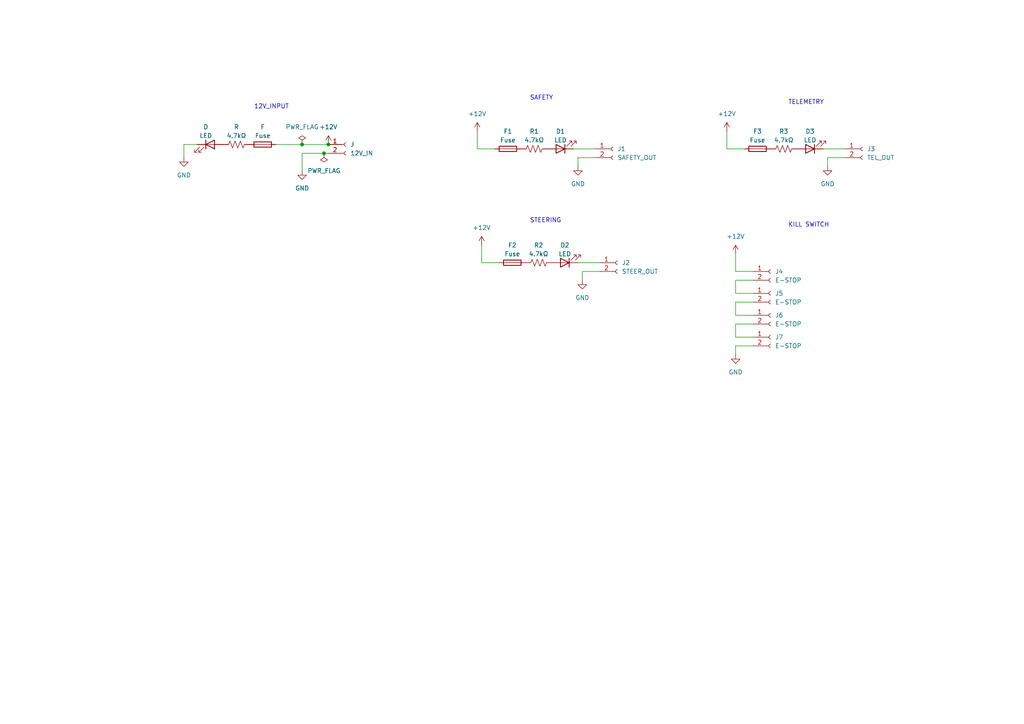
<source format=kicad_sch>
(kicad_sch (version 20230121) (generator eeschema)
  (paper "A4")
  (title_block (date "2023-11-04"))
  (lib_symbols
    (symbol "Connector:Conn_01x02_Socket" (pin_names (offset 1.016) hide)
      (property "Reference" "J" (at 0 2.54 0))
      (property "Value" "Conn_01x02_Socket" (at 0 -5.08 0))
      (symbol "Conn_01x02_Socket_1_1"
        (arc (start 0 -2.032) (mid -0.5058 -2.54) (end 0 -3.048) (stroke (width 0.1524)))
        (polyline (pts (xy -1.27 -2.54) (xy -0.508 -2.54)) (stroke (width 0.1524)))
        (polyline (pts (xy -1.27 0) (xy -0.508 0)) (stroke (width 0.1524)))
        (arc (start 0 0.508) (mid -0.5058 0) (end 0 -0.508) (stroke (width 0.1524)))
        (pin passive line (at -5.08 0 0) (length 3.81) (name "Pin_1") (number "1"))
        (pin passive line (at -5.08 -2.54 0) (length 3.81) (name "Pin_2") (number "2"))
      )
    )
    (symbol "Device:Fuse" (pin_numbers hide) (pin_names (offset 0))
      (property "Reference" "F" (at 2.032 0 90))
      (property "Value" "Fuse" (at -1.905 0 90))
      (symbol "Fuse_0_1"
        (rectangle (start -0.762 -2.54) (end 0.762 2.54) (stroke (width 0.254)))
        (polyline (pts (xy 0 2.54) (xy 0 -2.54)))
      )
      (symbol "Fuse_1_1"
        (pin passive line (at 0 3.81 270) (length 1.27) (name "~") (number "1"))
        (pin passive line (at 0 -3.81 90) (length 1.27) (name "~") (number "2"))
      )
    )
    (symbol "Device:LED" (pin_numbers hide) (pin_names (offset 1.016) hide)
      (property "Reference" "D" (at 0 2.54 0))
      (property "Value" "LED" (at 0 -2.54 0))
      (symbol "LED_0_1"
        (polyline (pts (xy -1.27 -1.27) (xy -1.27 1.27)) (stroke (width 0.254)))
        (polyline (pts (xy -1.27 0) (xy 1.27 0)))
        (polyline (pts (xy 1.27 -1.27) (xy 1.27 1.27) (xy -1.27 0) (xy 1.27 -1.27)) (stroke (width 0.254)))
        (polyline (pts (xy -3.048 -0.762) (xy -4.572 -2.286) (xy -3.81 -2.286) (xy -4.572 -2.286) (xy -4.572 -1.524)))
        (polyline (pts (xy -1.778 -0.762) (xy -3.302 -2.286) (xy -2.54 -2.286) (xy -3.302 -2.286) (xy -3.302 -1.524)))
      )
      (symbol "LED_1_1"
        (pin passive line (at -3.81 0 0) (length 2.54) (name "K") (number "1"))
        (pin passive line (at 3.81 0 180) (length 2.54) (name "A") (number "2"))
      )
    )
    (symbol "Device:R_US" (pin_numbers hide) (pin_names (offset 0))
      (property "Reference" "R" (at 2.54 0 90))
      (property "Value" "R_US" (at -2.54 0 90))
      (symbol "R_US_0_1"
        (polyline (pts (xy 0 -2.286) (xy 0 -2.54)))
        (polyline (pts (xy 0 2.286) (xy 0 2.54)))
        (polyline (pts (xy 0 -0.762) (xy 1.016 -1.143) (xy 0 -1.524) (xy -1.016 -1.905) (xy 0 -2.286)))
        (polyline (pts (xy 0 0.762) (xy 1.016 0.381) (xy 0 0) (xy -1.016 -0.381) (xy 0 -0.762)))
        (polyline (pts (xy 0 2.286) (xy 1.016 1.905) (xy 0 1.524) (xy -1.016 1.143) (xy 0 0.762)))
      )
      (symbol "R_US_1_1"
        (pin passive line (at 0 3.81 270) (length 1.27) (name "~") (number "1"))
        (pin passive line (at 0 -3.81 90) (length 1.27) (name "~") (number "2"))
      )
    )
    (symbol "power:+12V" (power) (pin_names (offset 0))
      (property "Value" "+12V" (at 0 3.556 0))
      (symbol "+12V_0_1"
        (polyline (pts (xy -0.762 1.27) (xy 0 2.54)))
        (polyline (pts (xy 0 0) (xy 0 2.54)))
        (polyline (pts (xy 0 2.54) (xy 0.762 1.27)))
      )
      (symbol "+12V_1_1"
        (pin power_in line (at 0 0 90) (length 0) hide (name "+12V") (number "1"))
      )
    )
    (symbol "power:GND" (power) (pin_names (offset 0))
      (property "Value" "GND" (at 0 -3.81 0))
      (symbol "GND_0_1"
        (polyline (pts (xy 0 0) (xy 0 -1.27) (xy 1.27 -1.27) (xy 0 -2.54) (xy -1.27 -1.27) (xy 0 -1.27)))
      )
      (symbol "GND_1_1"
        (pin power_in line (at 0 0 270) (length 0) hide (name "GND") (number "1"))
      )
    )
    (symbol "power:PWR_FLAG" (power) (pin_numbers hide) (pin_names (offset 0) hide)
      (property "Value" "PWR_FLAG" (at 0 3.81 0))
      (symbol "PWR_FLAG_0_0"
        (pin power_out line (at 0 0 90) (length 0) (name "pwr") (number "1"))
      )
      (symbol "PWR_FLAG_0_1"
        (polyline (pts (xy 0 0) (xy 0 1.27) (xy -1.016 1.905) (xy 0 2.54) (xy 1.016 1.905) (xy 0 1.27)))
      )
    )
  )
  (junction (at 87.63 41.91))
  (junction (at 95.25 41.91))
  (junction (at 93.98 44.45))
  (wire (pts (xy 57.15 41.91) (xy 53.34 41.91)))
  (wire (pts (xy 210.82 38.1) (xy 210.82 43.18)))
  (wire (pts (xy 173.99 78.74) (xy 168.91 78.74)))
  (wire (pts (xy 95.25 44.45) (xy 93.98 44.45)))
  (wire (pts (xy 215.9 43.18) (xy 210.82 43.18)))
  (wire (pts (xy 213.36 97.79) (xy 218.44 97.79)))
  (wire (pts (xy 238.76 43.18) (xy 245.11 43.18)))
  (wire (pts (xy 218.44 100.33) (xy 213.36 100.33)))
  (wire (pts (xy 213.36 100.33) (xy 213.36 102.87)))
  (wire (pts (xy 240.03 45.72) (xy 240.03 48.26)))
  (wire (pts (xy 167.64 76.2) (xy 173.99 76.2)))
  (wire (pts (xy 144.78 76.2) (xy 139.7 76.2)))
  (wire (pts (xy 87.63 41.91) (xy 95.25 41.91)))
  (wire (pts (xy 245.11 45.72) (xy 240.03 45.72)))
  (wire (pts (xy 167.64 45.72) (xy 167.64 48.26)))
  (wire (pts (xy 138.43 38.1) (xy 138.43 43.18)))
  (wire (pts (xy 168.91 78.74) (xy 168.91 81.28)))
  (wire (pts (xy 139.7 71.12) (xy 139.7 76.2)))
  (wire (pts (xy 80.01 41.91) (xy 87.63 41.91)))
  (wire (pts (xy 53.34 41.91) (xy 53.34 45.72)))
  (wire (pts (xy 213.36 85.09) (xy 218.44 85.09)))
  (wire (pts (xy 87.63 44.45) (xy 87.63 49.53)))
  (wire (pts (xy 213.36 81.28) (xy 213.36 85.09)))
  (wire (pts (xy 213.36 87.63) (xy 213.36 91.44)))
  (wire (pts (xy 213.36 73.66) (xy 213.36 78.74)))
  (wire (pts (xy 218.44 78.74) (xy 213.36 78.74)))
  (wire (pts (xy 143.51 43.18) (xy 138.43 43.18)))
  (wire (pts (xy 213.36 93.98) (xy 213.36 97.79)))
  (wire (pts (xy 213.36 91.44) (xy 218.44 91.44)))
  (wire (pts (xy 218.44 93.98) (xy 213.36 93.98)))
  (wire (pts (xy 93.98 44.45) (xy 87.63 44.45)))
  (wire (pts (xy 166.37 43.18) (xy 172.72 43.18)))
  (wire (pts (xy 172.72 45.72) (xy 167.64 45.72)))
  (wire (pts (xy 218.44 81.28) (xy 213.36 81.28)))
  (wire (pts (xy 218.44 87.63) (xy 213.36 87.63)))
  (text "STEERING" (at 153.67 64.77 0) (effects (font (size 1.27 1.27)) (justify left bottom)))
  (text "SAFETY" (at 153.67 29.21 0) (effects (font (size 1.27 1.27)) (justify left bottom)))
  (text "KILL SWITCH" (at 228.6 66.04 0) (effects (font (size 1.27 1.27)) (justify left bottom)))
  (text "TELEMETRY" (at 228.6 30.48 0) (effects (font (size 1.27 1.27)) (justify left bottom)))
  (text "12V_INPUT" (at 73.66 31.75 0) (effects (font (size 1.27 1.27)) (justify left bottom)))
  (symbol (lib_id "Connector:Conn_01x02_Socket") (at 177.8 43.18 0) (unit 1)
    (property "Reference" "J1" (at 179.07 43.18 0) (effects (justify left)))
    (property "Value" "SAFETY_OUT" (at 179.07 45.72 0) (effects (justify left)))
    (property "Footprint" "Connector_Molex:Molex_Mega-Fit_76825-0004_2x02_P5.70mm_Horizontal" (effects hide))
    (property "Datasheet" "https://www.molex.com/en-us/products/part-detail/2002411212?display=pdf" (effects hide))
  )
  (symbol (lib_id "Device:Fuse") (at 147.32 43.18 90) (unit 1)
    (property "Reference" "F1" (at 147.32 38.1 90))
    (property "Value" "Fuse" (at 147.32 40.64 90))
  )
  (symbol (lib_id "power:+12V") (at 213.36 73.66 0) (unit 1)
    (property "Reference" "#PWR010" (effects hide))
    (property "Value" "+12V" (at 213.36 68.58 0))
  )
  (symbol (lib_id "Device:R_US") (at 227.33 43.18 90) (unit 1)
    (property "Reference" "R3" (at 227.33 38.1 90))
    (property "Value" "4.7kΩ" (at 227.33 40.64 90))
    (property "Footprint" "Resistor_SMD:R_0805_2012Metric" (effects hide))
    (property "Datasheet" "https://www.yageo.com/upload/media/product/app/datasheet/rchip/pyu-rc_group_51_rohs_l.pdf" (effects hide))
  )
  (symbol (lib_id "Device:LED") (at 234.95 43.18 180) (unit 1)
    (property "Reference" "D3" (at 234.95 38.1 0))
    (property "Value" "LED" (at 234.95 40.64 0))
    (property "Footprint" "LED_SMD:LED_0805_2012Metric" (effects hide))
    (property "Datasheet" "https://www.sunledusa.com/products/spec/XZCDGK54W-1VF.pdf" (effects hide))
  )
  (symbol (lib_id "power:GND") (at 168.91 81.28 0) (unit 1)
    (property "Reference" "#PWR07" (effects hide))
    (property "Value" "GND" (at 168.91 86.36 0))
  )
  (symbol (lib_id "Connector:Conn_01x02_Socket") (at 100.33 41.91 0) (unit 1)
    (property "Reference" "J" (at 101.6 41.91 0) (effects (justify left)))
    (property "Value" "12V_IN" (at 101.6 44.45 0) (effects (justify left)))
    (property "Footprint" "Connector_Molex:Molex_Mega-Fit_76825-0004_2x02_P5.70mm_Horizontal" (effects hide))
    (property "Datasheet" "https://www.molex.com/en-us/products/part-detail/2002411212?display=pdf" (effects hide))
  )
  (symbol (lib_id "Device:LED") (at 163.83 76.2 180) (unit 1)
    (property "Reference" "D2" (at 163.83 71.12 0))
    (property "Value" "LED" (at 163.83 73.66 0))
    (property "Footprint" "LED_SMD:LED_0805_2012Metric" (effects hide))
    (property "Datasheet" "https://www.sunledusa.com/products/spec/XZCDGK54W-1VF.pdf" (effects hide))
  )
  (symbol (lib_id "power:+12V") (at 95.25 41.91 0) (unit 1)
    (property "Reference" "#PWR02" (effects hide))
    (property "Value" "+12V" (at 95.25 36.83 0))
  )
  (symbol (lib_id "power:PWR_FLAG") (at 87.63 41.91 0) (unit 1)
    (property "Reference" "#FLG01" (effects hide))
    (property "Value" "PWR_FLAG" (at 87.63 36.83 0))
  )
  (symbol (lib_id "power:GND") (at 167.64 48.26 0) (unit 1)
    (property "Reference" "#PWR05" (effects hide))
    (property "Value" "GND" (at 167.64 53.34 0))
  )
  (symbol (lib_id "Connector:Conn_01x02_Socket") (at 223.52 85.09 0) (unit 1)
    (property "Reference" "J5" (at 224.79 85.09 0) (effects (justify left)))
    (property "Value" "E-STOP" (at 224.79 87.63 0) (effects (justify left)))
    (property "Footprint" "Connector_Molex:Molex_Micro-Fit_3.0_43650-0200_1x02_P3.00mm_Horizontal" (effects hide))
    (property "Datasheet" "https://tools.molex.com/pdm_docs/sd/436500200_sd.pdf" (effects hide))
  )
  (symbol (lib_id "Device:R_US") (at 156.21 76.2 90) (unit 1)
    (property "Reference" "R2" (at 156.21 71.12 90))
    (property "Value" "4.7kΩ" (at 156.21 73.66 90))
    (property "Footprint" "Resistor_SMD:R_0805_2012Metric" (effects hide))
    (property "Datasheet" "https://www.yageo.com/upload/media/product/app/datasheet/rchip/pyu-rc_group_51_rohs_l.pdf" (effects hide))
  )
  (symbol (lib_id "power:PWR_FLAG") (at 93.98 44.45 180) (unit 1)
    (property "Reference" "#FLG02" (effects hide))
    (property "Value" "PWR_FLAG" (at 93.98 49.53 0))
  )
  (symbol (lib_id "power:GND") (at 87.63 49.53 0) (unit 1)
    (property "Reference" "#PWR01" (effects hide))
    (property "Value" "GND" (at 87.63 54.61 0))
  )
  (symbol (lib_id "Device:Fuse") (at 219.71 43.18 90) (unit 1)
    (property "Reference" "F3" (at 219.71 38.1 90))
    (property "Value" "Fuse" (at 219.71 40.64 90))
  )
  (symbol (lib_id "Device:Fuse") (at 76.2 41.91 90) (unit 1)
    (property "Reference" "F" (at 76.2 36.83 90))
    (property "Value" "Fuse" (at 76.2 39.37 90))
  )
  (symbol (lib_id "Device:Fuse") (at 148.59 76.2 90) (unit 1)
    (property "Reference" "F2" (at 148.59 71.12 90))
    (property "Value" "Fuse" (at 148.59 73.66 90))
  )
  (symbol (lib_id "Connector:Conn_01x02_Socket") (at 250.19 43.18 0) (unit 1)
    (property "Reference" "J3" (at 251.46 43.18 0) (effects (justify left)))
    (property "Value" "TEL_OUT" (at 251.46 45.72 0) (effects (justify left)))
    (property "Footprint" "Connector_Molex:Molex_Micro-Fit_3.0_43650-0200_1x02_P3.00mm_Horizontal" (effects hide))
    (property "Datasheet" "https://tools.molex.com/pdm_docs/sd/436500200_sd.pdf" (effects hide))
  )
  (symbol (lib_id "power:GND") (at 213.36 102.87 0) (unit 1)
    (property "Reference" "#PWR011" (effects hide))
    (property "Value" "GND" (at 213.36 107.95 0))
  )
  (symbol (lib_id "Device:LED") (at 162.56 43.18 180) (unit 1)
    (property "Reference" "D1" (at 162.56 38.1 0))
    (property "Value" "LED" (at 162.56 40.64 0))
    (property "Footprint" "LED_SMD:LED_0805_2012Metric" (effects hide))
    (property "Datasheet" "https://www.sunledusa.com/products/spec/XZCDGK54W-1VF.pdf" (effects hide))
  )
  (symbol (lib_id "power:+12V") (at 139.7 71.12 0) (unit 1)
    (property "Reference" "#PWR06" (effects hide))
    (property "Value" "+12V" (at 139.7 66.04 0))
  )
  (symbol (lib_id "power:GND") (at 53.34 45.72 0) (unit 1)
    (property "Reference" "#PWR03" (effects hide))
    (property "Value" "GND" (at 53.34 50.8 0))
  )
  (symbol (lib_id "Connector:Conn_01x02_Socket") (at 223.52 97.79 0) (unit 1)
    (property "Reference" "J7" (at 224.79 97.79 0) (effects (justify left)))
    (property "Value" "E-STOP" (at 224.79 100.33 0) (effects (justify left)))
    (property "Footprint" "Connector_Molex:Molex_Micro-Fit_3.0_43650-0200_1x02_P3.00mm_Horizontal" (effects hide))
    (property "Datasheet" "https://tools.molex.com/pdm_docs/sd/436500200_sd.pdf" (effects hide))
  )
  (symbol (lib_id "Connector:Conn_01x02_Socket") (at 223.52 78.74 0) (unit 1)
    (property "Reference" "J4" (at 224.79 78.74 0) (effects (justify left)))
    (property "Value" "E-STOP" (at 224.79 81.28 0) (effects (justify left)))
    (property "Footprint" "Connector_Molex:Molex_Micro-Fit_3.0_43650-0200_1x02_P3.00mm_Horizontal" (effects hide))
    (property "Datasheet" "https://tools.molex.com/pdm_docs/sd/436500200_sd.pdf" (effects hide))
  )
  (symbol (lib_id "Device:R_US") (at 68.58 41.91 90) (unit 1)
    (property "Reference" "R" (at 68.58 36.83 90))
    (property "Value" "4.7kΩ" (at 68.58 39.37 90))
    (property "Footprint" "Resistor_SMD:R_0805_2012Metric" (effects hide))
    (property "Datasheet" "https://www.yageo.com/upload/media/product/app/datasheet/rchip/pyu-rc_group_51_rohs_l.pdf" (effects hide))
  )
  (symbol (lib_id "Device:LED") (at 60.96 41.91 0) (unit 1)
    (property "Reference" "D" (at 59.69 36.83 0))
    (property "Value" "LED" (at 59.69 39.37 0))
    (property "Footprint" "LED_SMD:LED_0805_2012Metric" (effects hide))
    (property "Datasheet" "https://www.sunledusa.com/products/spec/XZCDGK54W-1VF.pdf" (effects hide))
  )
  (symbol (lib_id "power:GND") (at 240.03 48.26 0) (unit 1)
    (property "Reference" "#PWR09" (effects hide))
    (property "Value" "GND" (at 240.03 53.34 0))
  )
  (symbol (lib_id "power:+12V") (at 210.82 38.1 0) (unit 1)
    (property "Reference" "#PWR08" (effects hide))
    (property "Value" "+12V" (at 210.82 33.02 0))
  )
  (symbol (lib_id "Connector:Conn_01x02_Socket") (at 223.52 91.44 0) (unit 1)
    (property "Reference" "J6" (at 224.79 91.44 0) (effects (justify left)))
    (property "Value" "E-STOP" (at 224.79 93.98 0) (effects (justify left)))
    (property "Footprint" "Connector_Molex:Molex_Micro-Fit_3.0_43650-0200_1x02_P3.00mm_Horizontal" (effects hide))
    (property "Datasheet" "https://tools.molex.com/pdm_docs/sd/436500200_sd.pdf" (effects hide))
  )
  (symbol (lib_id "power:+12V") (at 138.43 38.1 0) (unit 1)
    (property "Reference" "#PWR04" (effects hide))
    (property "Value" "+12V" (at 138.43 33.02 0))
  )
  (symbol (lib_id "Connector:Conn_01x02_Socket") (at 179.07 76.2 0) (unit 1)
    (property "Reference" "J2" (at 180.34 76.2 0) (effects (justify left)))
    (property "Value" "STEER_OUT" (at 180.34 78.74 0) (effects (justify left)))
    (property "Footprint" "Connector_Molex:Molex_Mega-Fit_76825-0004_2x02_P5.70mm_Horizontal" (effects hide))
    (property "Datasheet" "https://www.molex.com/en-us/products/part-detail/2002411212?display=pdf" (effects hide))
  )
  (symbol (lib_id "Device:R_US") (at 154.94 43.18 90) (unit 1)
    (property "Reference" "R1" (at 154.94 38.1 90))
    (property "Value" "4.7kΩ" (at 154.94 40.64 90))
    (property "Footprint" "Resistor_SMD:R_0805_2012Metric" (effects hide))
    (property "Datasheet" "https://www.yageo.com/upload/media/product/app/datasheet/rchip/pyu-rc_group_51_rohs_l.pdf" (effects hide))
  )
)
</source>
